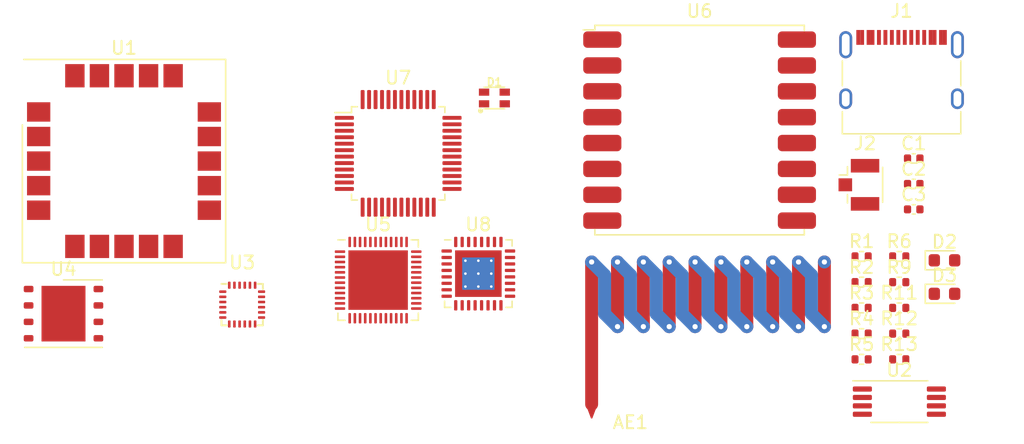
<source format=kicad_pcb>
(kicad_pcb (version 20221018) (generator pcbnew)
  (layers (0 "F.Cu" signal) (31 "B.Cu" signal) (34 "B.Paste" user) (35 "F.Paste" user) (36 "B.SilkS" user "B.Silkscreen") (37 "F.SilkS" user "F.Silkscreen") (38 "B.Mask" user) (39 "F.Mask" user) (44 "Edge.Cuts" user))
  (net 0 "")
  (net 1 "Net-(D1-RK)")
  (net 2 "Net-(D1-GK)")
  (net 4 "Net-(D1-BK)")
  (net 5 "+3V3")
  (net 6 "GND")
  (net 7 "/GPS_TIMEPULSE")
  (net 10 "/~{GPS_SAFEBOOT}")
  (net 11 "/~{GPS_RESET}")
  (net 12 "/~{GPS_INT}")
  (net 20 "+1V8")
  (net 21 "/IMU_INT")
  (net 23 "/~{QSPI_CS}")
  (net 24 "/QSPI_IO1")
  (net 25 "/QSPI_IO2")
  (net 30 "/QSPI_IO0")
  (net 33 "/QSPI_SCLK")
  (net 34 "/QSPI_IO3")
  (net 35 "/VDD_SPI")
  (net 48 "Net-(U5-VDD-Pad13)")
  (net 56 "/I2C_SDA")
  (net 57 "/I2C_SCL")
  (net 61 "Net-(U5-P0.21{slash}~{RESET})")
  (net 68 "Net-(U5-VSS-Pad31)")
  (net 85 "+5V")
  (net 88 "/3V3_OUT")
  (net 89 "/USB_D+")
  (net 90 "/USB_D-")
  (net 101 "/SWDIO")
  (net 102 "Net-(U7-ADBUS1)")
  (net 103 "/SWCLK")
  (net 105 "Net-(D3-K)")
  (net 106 "Net-(D2-K)")
  (net 115 "/RXD")
  (net 116 "/TXD")
  (net 155 "Net-(AE1-FEED)")
  (net 156 "Net-(U6-ANT)")
  (net 157 "Net-(C3-Pad1)")
  (net 158 "Net-(D2-A)")
  (net 159 "Net-(D3-A)")
  (net 160 "Net-(J1-CC1)")
  (net 162 "Net-(J1-CC2)")
  (net 164 "Net-(J2-In)")
  (net 165 "/~{LED_R}")
  (net 166 "/~{LED_G}")
  (net 167 "/~{LED_B}")
  (net 168 "/EEPROM_WP")
  (net 169 "/LORA_SPI_MISO")
  (net 170 "/LORA_SPI_MOSI")
  (net 171 "/LORA_SPI_SCK")
  (net 172 "/~{LORA_SPI_CS}")
  (net 173 "/~{LORA_RESET}")
  (net 177 "/LORA_DIO0")
  (footprint "RF_GPS:ublox_SAM-M8Q" (layer "F.Cu") (at 150.97 98.22)
    (fp_text reference "U1" (at 0 -8.75) (layer "F.SilkS"))
    (fp_text value "SAM-M10Q")
    (fp_line (start -7.86 -2.8) (end -7.86 7.86) (stroke (width 0.12)) (layer "F.SilkS"))
    (fp_line (start -7.86 7.86) (end 7.86 7.86) (stroke (width 0.12)) (layer "F.SilkS"))
    (fp_line (start -7.75 -7.86) (end 7.86 -7.86) (stroke (width 0.12)) (layer "F.SilkS"))
    (fp_line (start 7.86 -7.86) (end 7.86 7.86) (stroke (width 0.12)) (layer "F.SilkS"))
    (pad "1" smd rect (at -6.6 -3.8) (size 1.8 1.5) (layers "F.Cu" "F.Mask") (net 6 "GND"))
    (pad "2" smd rect (at -6.6 -1.9) (size 1.8 1.5) (layers "F.Cu" "F.Mask") (net 5 "+3V3"))
    (pad "3" smd rect (at -6.6 0) (size 1.8 1.5) (layers "F.Cu" "F.Mask"))
    (pad "4" smd rect (at -6.6 1.9) (size 1.8 1.5) (layers "F.Cu" "F.Mask") (net 6 "GND"))
    (pad "5" smd rect (at -6.6 3.8) (size 1.8 1.5) (layers "F.Cu" "F.Mask") (net 6 "GND"))
    (pad "6" smd rect (at -3.8 6.6) (size 1.5 1.8) (layers "F.Cu" "F.Mask") (net 6 "GND"))
    (pad "7" smd rect (at -1.9 6.6) (size 1.5 1.8) (layers "F.Cu" "F.Mask") (net 7 "/GPS_TIMEPULSE"))
    (pad "8" smd rect (at 0 6.6) (size 1.5 1.8) (layers "F.Cu" "F.Mask") (net 10 "/~{GPS_SAFEBOOT}"))
    (pad "9" smd rect (at 1.9 6.6) (size 1.5 1.8) (layers "F.Cu" "F.Mask") (net 56 "/I2C_SDA"))
    (pad "10" smd rect (at 3.8 6.6) (size 1.5 1.8) (layers "F.Cu" "F.Mask") (net 6 "GND"))
    (pad "11" smd rect (at 6.6 3.8) (size 1.8 1.5) (layers "F.Cu" "F.Mask") (net 6 "GND"))
    (pad "12" smd rect (at 6.6 1.9) (size 1.8 1.5) (layers "F.Cu" "F.Mask") (net 57 "/I2C_SCL"))
    (pad "13" smd rect (at 6.6 0) (size 1.8 1.5) (layers "F.Cu" "F.Mask"))
    (pad "14" smd rect (at 6.6 -1.9) (size 1.8 1.5) (layers "F.Cu" "F.Mask"))
    (pad "15" smd rect (at 6.6 -3.8) (size 1.8 1.5) (layers "F.Cu" "F.Mask") (net 6 "GND"))
    (pad "16" smd rect (at 3.8 -6.6) (size 1.5 1.8) (layers "F.Cu" "F.Mask") (net 6 "GND"))
    (pad "17" smd rect (at 1.9 -6.6) (size 1.5 1.8) (layers "F.Cu" "F.Mask") (net 5 "+3V3"))
    (pad "18" smd rect (at 0 -6.6) (size 1.5 1.8) (layers "F.Cu" "F.Mask") (net 11 "/~{GPS_RESET}"))
    (pad "19" smd rect (at -1.9 -6.6) (size 1.5 1.8) (layers "F.Cu" "F.Mask") (net 12 "/~{GPS_INT}"))
    (pad "20" smd rect (at -3.8 -6.6) (size 1.5 1.8) (layers "F.Cu" "F.Mask") (net 6 "GND"))
  )
  (footprint "Resistor_SMD:R_0402_1005Metric" (layer "F.Cu") (at 210.9275 113.555)
    (fp_text reference "R13" (at 0 -1.17) (layer "F.SilkS"))
    (fp_text value "1k")
    (fp_line (start -0.153641 -0.38) (end 0.153641 -0.38) (stroke (width 0.12)) (layer "F.SilkS"))
    (fp_line (start -0.153641 0.38) (end 0.153641 0.38) (stroke (width 0.12)) (layer "F.SilkS"))
    (pad "1" smd roundrect (at -0.51 0) (size 0.54 0.64) (layers "F.Cu" "F.Paste" "F.Mask") (net 88 "/3V3_OUT"))
    (pad "2" smd roundrect (at 0.51 0) (size 0.54 0.64) (layers "F.Cu" "F.Paste" "F.Mask") (net 158 "Net-(D2-A)"))
  )
  (footprint "Resistor_SMD:R_0402_1005Metric" (layer "F.Cu") (at 210.9275 109.575)
    (fp_text reference "R11" (at 0 -1.17) (layer "F.SilkS"))
    (fp_text value "470R")
    (fp_line (start -0.153641 -0.38) (end 0.153641 -0.38) (stroke (width 0.12)) (layer "F.SilkS"))
    (fp_line (start -0.153641 0.38) (end 0.153641 0.38) (stroke (width 0.12)) (layer "F.SilkS"))
    (pad "1" smd roundrect (at -0.51 0) (size 0.54 0.64) (layers "F.Cu" "F.Paste" "F.Mask") (net 102 "Net-(U7-ADBUS1)"))
    (pad "2" smd roundrect (at 0.51 0) (size 0.54 0.64) (layers "F.Cu" "F.Paste" "F.Mask") (net 101 "/SWDIO"))
  )
  (footprint "Package_SON:WSON-8-1EP_6x5mm_P1.27mm_EP3.4x4.3mm" (layer "F.Cu") (at 146.29 110.02)
    (fp_text reference "U4" (at 0 -3.45) (layer "F.SilkS"))
    (fp_text value "W25Q32JVZP")
    (fp_line (start -3 2.61) (end 3 2.61) (stroke (width 0.12)) (layer "F.SilkS"))
    (fp_line (start 0 -2.61) (end 3 -2.61) (stroke (width 0.12)) (layer "F.SilkS"))
    (pad "1" smd roundrect (at -2.7 -1.905) (size 0.75 0.5) (layers "F.Cu" "F.Paste" "F.Mask") (net 23 "/~{QSPI_CS}"))
    (pad "2" smd roundrect (at -2.7 -0.635) (size 0.75 0.5) (layers "F.Cu" "F.Paste" "F.Mask") (net 24 "/QSPI_IO1"))
    (pad "3" smd roundrect (at -2.7 0.635) (size 0.75 0.5) (layers "F.Cu" "F.Paste" "F.Mask") (net 25 "/QSPI_IO2"))
    (pad "4" smd roundrect (at -2.7 1.905) (size 0.75 0.5) (layers "F.Cu" "F.Paste" "F.Mask") (net 6 "GND"))
    (pad "5" smd roundrect (at 2.7 1.905) (size 0.75 0.5) (layers "F.Cu" "F.Paste" "F.Mask") (net 30 "/QSPI_IO0"))
    (pad "6" smd roundrect (at 2.7 0.635) (size 0.75 0.5) (layers "F.Cu" "F.Paste" "F.Mask") (net 33 "/QSPI_SCLK"))
    (pad "7" smd roundrect (at 2.7 -0.635) (size 0.75 0.5) (layers "F.Cu" "F.Paste" "F.Mask") (net 34 "/QSPI_IO3"))
    (pad "8" smd roundrect (at 2.7 -1.905) (size 0.75 0.5) (layers "F.Cu" "F.Paste" "F.Mask") (net 35 "/VDD_SPI"))
    (pad "9" smd rect (at 0 0) (size 3.4 4.3) (layers "F.Cu" "F.Mask") (net 6 "GND"))
  )
  (footprint "Resistor_SMD:R_0402_1005Metric" (layer "F.Cu") (at 208.0175 107.585)
    (fp_text reference "R2" (at 0 -1.17) (layer "F.SilkS"))
    (fp_text value "100R")
    (fp_line (start -0.153641 -0.38) (end 0.153641 -0.38) (stroke (width 0.12)) (layer "F.SilkS"))
    (fp_line (start -0.153641 0.38) (end 0.153641 0.38) (stroke (width 0.12)) (layer "F.SilkS"))
    (pad "1" smd roundrect (at -0.51 0) (size 0.54 0.64) (layers "F.Cu" "F.Paste" "F.Mask") (net 2 "Net-(D1-GK)"))
    (pad "2" smd roundrect (at 0.51 0) (size 0.54 0.64) (layers "F.Cu" "F.Paste" "F.Mask") (net 166 "/~{LED_G}"))
  )
  (footprint "Resistor_SMD:R_0402_1005Metric" (layer "F.Cu") (at 208.0175 109.575)
    (fp_text reference "R3" (at 0 -1.17) (layer "F.SilkS"))
    (fp_text value "100R")
    (fp_line (start -0.153641 -0.38) (end 0.153641 -0.38) (stroke (width 0.12)) (layer "F.SilkS"))
    (fp_line (start -0.153641 0.38) (end 0.153641 0.38) (stroke (width 0.12)) (layer "F.SilkS"))
    (pad "1" smd roundrect (at -0.51 0) (size 0.54 0.64) (layers "F.Cu" "F.Paste" "F.Mask") (net 4 "Net-(D1-BK)"))
    (pad "2" smd roundrect (at 0.51 0) (size 0.54 0.64) (layers "F.Cu" "F.Paste" "F.Mask") (net 167 "/~{LED_B}"))
  )
  (footprint "Resistor_SMD:R_0402_1005Metric" (layer "F.Cu") (at 210.9275 111.565)
    (fp_text reference "R12" (at 0 -1.17) (layer "F.SilkS"))
    (fp_text value "1k")
    (fp_line (start -0.153641 -0.38) (end 0.153641 -0.38) (stroke (width 0.12)) (layer "F.SilkS"))
    (fp_line (start -0.153641 0.38) (end 0.153641 0.38) (stroke (width 0.12)) (layer "F.SilkS"))
    (pad "1" smd roundrect (at -0.51 0) (size 0.54 0.64) (layers "F.Cu" "F.Paste" "F.Mask") (net 88 "/3V3_OUT"))
    (pad "2" smd roundrect (at 0.51 0) (size 0.54 0.64) (layers "F.Cu" "F.Paste" "F.Mask") (net 159 "Net-(D3-A)"))
  )
  (footprint "LED_SMD:LED_0603_1608Metric" (layer "F.Cu") (at 214.4275 105.895)
    (fp_text reference "D2" (at 0 -1.43) (layer "F.SilkS"))
    (fp_text value "RX")
    (fp_line (start -1.485 -0.735) (end -1.485 0.735) (stroke (width 0.12)) (layer "F.SilkS"))
    (fp_line (start -1.485 0.735) (end 0.8 0.735) (stroke (width 0.12)) (layer "F.SilkS"))
    (fp_line (start 0.8 -0.735) (end -1.485 -0.735) (stroke (width 0.12)) (layer "F.SilkS"))
    (pad "1" smd roundrect (at -0.7875 0) (size 0.875 0.95) (layers "F.Cu" "F.Paste" "F.Mask") (net 106 "Net-(D2-K)"))
    (pad "2" smd roundrect (at 0.7875 0) (size 0.875 0.95) (layers "F.Cu" "F.Paste" "F.Mask") (net 158 "Net-(D2-A)"))
  )
  (footprint "Capacitor_SMD:C_0402_1005Metric" (layer "F.Cu") (at 212.0475 99.985)
    (fp_text reference "C2" (at 0 -1.16) (layer "F.SilkS"))
    (fp_text value "DNP")
    (fp_line (start -0.107836 -0.36) (end 0.107836 -0.36) (stroke (width 0.12)) (layer "F.SilkS"))
    (fp_line (start -0.107836 0.36) (end 0.107836 0.36) (stroke (width 0.12)) (layer "F.SilkS"))
    (pad "1" smd roundrect (at -0.48 0) (size 0.56 0.62) (layers "F.Cu" "F.Paste" "F.Mask") (net 156 "Net-(U6-ANT)"))
    (pad "2" smd roundrect (at 0.48 0) (size 0.56 0.62) (layers "F.Cu" "F.Paste" "F.Mask") (net 6 "GND"))
  )
  (footprint "Resistor_SMD:R_0402_1005Metric" (layer "F.Cu") (at 208.0175 111.565)
    (fp_text reference "R4" (at 0 -1.17) (layer "F.SilkS"))
    (fp_text value "5k1")
    (fp_line (start -0.153641 -0.38) (end 0.153641 -0.38) (stroke (width 0.12)) (layer "F.SilkS"))
    (fp_line (start -0.153641 0.38) (end 0.153641 0.38) (stroke (width 0.12)) (layer "F.SilkS"))
    (pad "1" smd roundrect (at -0.51 0) (size 0.54 0.64) (layers "F.Cu" "F.Paste" "F.Mask") (net 160 "Net-(J1-CC1)"))
    (pad "2" smd roundrect (at 0.51 0) (size 0.54 0.64) (layers "F.Cu" "F.Paste" "F.Mask") (net 6 "GND"))
  )
  (footprint "Resistor_SMD:R_0402_1005Metric" (layer "F.Cu") (at 208.0175 105.595)
    (fp_text reference "R1" (at 0 -1.17) (layer "F.SilkS"))
    (fp_text value "100R")
    (fp_line (start -0.153641 -0.38) (end 0.153641 -0.38) (stroke (width 0.12)) (layer "F.SilkS"))
    (fp_line (start -0.153641 0.38) (end 0.153641 0.38) (stroke (width 0.12)) (layer "F.SilkS"))
    (pad "1" smd roundrect (at -0.51 0) (size 0.54 0.64) (layers "F.Cu" "F.Paste" "F.Mask") (net 1 "Net-(D1-RK)"))
    (pad "2" smd roundrect (at 0.51 0) (size 0.54 0.64) (layers "F.Cu" "F.Paste" "F.Mask") (net 165 "/~{LED_R}"))
  )
  (footprint "Connector_USB:USB_C_Receptacle_XKB_U262-16XN-4BVC11" (layer "F.Cu") (at 211.1075 92.325)
    (fp_text reference "J1" (at 0 -5.715) (layer "F.SilkS"))
    (fp_text value "USB_C_KH-TYPE-C-16P")
    (fp_line (start -4.58 -1.85) (end -4.58 0.07) (stroke (width 0.12)) (layer "F.SilkS"))
    (fp_line (start -4.58 3.785) (end -4.58 2.08) (stroke (width 0.12)) (layer "F.SilkS"))
    (fp_line (start 4.58 0.07) (end 4.58 -1.85) (stroke (width 0.12)) (layer "F.SilkS"))
    (fp_line (start 4.58 2.08) (end 4.58 3.785) (stroke (width 0.12)) (layer "F.SilkS"))
    (fp_line (start 4.58 3.785) (end -4.58 3.785) (stroke (width 0.12)) (layer "F.SilkS"))
    (pad "" np_thru_hole circle (at -2.89 -2.605) (size 0.65 0.65) (drill 0.65) (layers "*.Cu" "*.Mask"))
    (pad "" np_thru_hole circle (at 2.89 -2.605) (size 0.65 0.65) (drill 0.65) (layers "*.Cu" "*.Mask"))
    (pad "A1" smd rect (at -3.35 -3.67) (size 0.3 1.15) (layers "F.Cu" "F.Paste" "F.Mask") (net 6 "GND"))
    (pad "A4" smd rect (at -2.55 -3.67) (size 0.3 1.15) (layers "F.Cu" "F.Paste" "F.Mask") (net 85 "+5V"))
    (pad "A5" smd rect (at -1.25 -3.67) (size 0.3 1.15) (layers "F.Cu" "F.Paste" "F.Mask") (net 160 "Net-(J1-CC1)"))
    (pad "A6" smd rect (at -0.25 -3.67) (size 0.3 1.15) (layers "F.Cu" "F.Paste" "F.Mask") (net 89 "/USB_D+"))
    (pad "A7" smd rect (at 0.25 -3.67) (size 0.3 1.15) (layers "F.Cu" "F.Paste" "F.Mask") (net 90 "/USB_D-"))
    (pad "A8" smd rect (at 1.25 -3.67) (size 0.3 1.15) (layers "F.Cu" "F.Paste" "F.Mask"))
    (pad "A9" smd rect (at 2.55 -3.67) (size 0.3 1.15) (layers "F.Cu" "F.Paste" "F.Mask") (net 85 "+5V"))
    (pad "A12" smd rect (at 3.35 -3.67) (size 0.3 1.15) (layers "F.Cu" "F.Paste" "F.Mask") (net 6 "GND"))
    (pad "B1" smd rect (at 3.05 -3.67) (size 0.3 1.15) (layers "F.Cu" "F.Paste" "F.Mask") (net 6 "GND"))
    (pad "B4" smd rect (at 2.25 -3.67) (size 0.3 1.15) (layers "F.Cu" "F.Paste" "F.Mask") (net 85 "+5V"))
    (pad "B5" smd rect (at 1.75 -3.67) (size 0.3 1.15) (layers "F.Cu" "F.Paste" "F.Mask") (net 162 "Net-(J1-CC2)"))
    (pad "B6" smd rect (at 0.75 -3.67) (size 0.3 1.15) (layers "F.Cu" "F.Paste" "F.Mask") (net 89 "/USB_D+"))
    (pad "B7" smd rect (at -0.75 -3.67) (size 0.3 1.15) (layers "F.Cu" "F.Paste" "F.Mask") (net 90 "/USB_D-"))
    (pad "B8" smd rect (at -1.75 -3.67) (size 0.3 1.15) (layers "F.Cu" "F.Paste" "F.Mask"))
    (pad "B9" smd rect (at -2.25 -3.67) (size 0.3 1.15) (layers "F.Cu" "F.Paste" "F.Mask") (net 85 "+5V"))
    (pad "B12" smd rect (at -3.05 -3.67) (size 0.3 1.15) (layers "F.Cu" "F.Paste" "F.Mask") (net 6 "GND"))
    (pad "S1" thru_hole oval (at -4.32 -3.105) (size 1 2.1) (drill oval 0.6 1.7) (layers "*.Cu" "*.Mask") (net 6 "GND"))
    (pad "S1" thru_hole oval (at -4.32 1.075) (size 1 1.6) (drill oval 0.6 1.2) (layers "*.Cu" "*.Mask") (net 6 "GND"))
    (pad "S1" thru_hole oval (at 4.32 -3.105) (size 1 2.1) (drill oval 0.6 1.7) (layers "*.Cu" "*.Mask") (net 6 "GND"))
    (pad "S1" thru_hole oval (at 4.32 1.075) (size 1 1.6) (drill oval 0.6 1.2) (layers "*.Cu" "*.Mask") (net 6 "GND"))
  )
  (footprint "Connector_Coaxial:U.FL_Hirose_U.FL-R-SMT-1_Vertical" (layer "F.Cu") (at 207.8075 100.055)
    (fp_text reference "J2" (at 0.475 -3.2) (layer "F.SilkS"))
    (fp_text value "ANT")
    (fp_line (start -0.885 -1.4) (end -0.885 -0.76) (stroke (width 0.12)) (layer "F.SilkS"))
    (fp_line (start -0.885 -0.76) (end -1.515 -0.76) (stroke (width 0.12)) (layer "F.SilkS"))
    (fp_line (start -0.885 1.4) (end -0.885 0.76) (stroke (width 0.12)) (layer "F.SilkS"))
    (fp_line (start 1.835 -1.35) (end 1.835 1.35) (stroke (width 0.12)) (layer "F.SilkS"))
    (pad "1" smd rect (at -1.05 0) (size 1.05 1) (layers "F.Cu" "F.Paste" "F.Mask") (net 164 "Net-(J2-In)"))
    (pad "2" smd rect (at 0.475 -1.475) (size 2.2 1.05) (layers "F.Cu" "F.Paste" "F.Mask") (net 6 "GND"))
    (pad "2" smd rect (at 0.475 1.475) (size 2.2 1.05) (layers "F.Cu" "F.Paste" "F.Mask") (net 6 "GND"))
  )
  (footprint "Capacitor_SMD:C_0402_1005Metric" (layer "F.Cu") (at 212.0475 98.015)
    (fp_text reference "C1" (at 0 -1.16) (layer "F.SilkS"))
    (fp_text value "100nF")
    (fp_line (start -0.107836 -0.36) (end 0.107836 -0.36) (stroke (width 0.12)) (layer "F.SilkS"))
    (fp_line (start -0.107836 0.36) (end 0.107836 0.36) (stroke (width 0.12)) (layer "F.SilkS"))
    (pad "1" smd roundrect (at -0.48 0) (size 0.56 0.62) (layers "F.Cu" "F.Paste" "F.Mask") (net 6 "GND"))
    (pad "2" smd roundrect (at 0.48 0) (size 0.56 0.62) (layers "F.Cu" "F.Paste" "F.Mask") (net 35 "/VDD_SPI"))
  )
  (footprint "bicycle_tracker:LED_0606" (layer "F.Cu") (at 179.617322 93.34)
    (fp_text reference "D1" (at 0 -1.23) (layer "F.SilkS") (effects (font (size 0.6 0.6) (thickness 0.127))))
    (fp_text value "LED_RGB_0606")
    (fp_line (start -0.8 -0.83) (end 0.79 -0.83) (stroke (width 0.12)) (layer "F.SilkS"))
    (fp_line (start -0.795 0.83) (end 0.795 0.83) (stroke (width 0.12)) (layer "F.SilkS"))
    (fp_circle (center -1.068661 0.99) (end -0.92 0.99) (stroke (width 0.1)) (fill solid) (layer "F.SilkS"))
    (pad "1" smd rect (at -0.8 0.45) (size 0.8 0.55) (layers "F.Cu" "F.Paste" "F.Mask") (net 1 "Net-(D1-RK)"))
    (pad "2" smd rect (at -0.8 -0.45) (size 0.8 0.55) (layers "F.Cu" "F.Paste" "F.Mask") (net 2 "Net-(D1-GK)"))
    (pad "3" smd rect (at 0.8 -0.45) (size 0.8 0.55) (layers "F.Cu" "F.Paste" "F.Mask") (net 4 "Net-(D1-BK)"))
    (pad "4" smd rect (at 0.8 0.45) (size 0.8 0.55) (layers "F.Cu" "F.Paste" "F.Mask") (net 5 "+3V3"))
  )
  (footprint "RF_Module:HOPERF_RFM9XW_SMD" (layer "F.Cu") (at 195.4875 95.825)
    (fp_text reference "U6" (at 0 -9.2) (layer "F.SilkS"))
    (fp_text value "RFM95W-868S2")
    (fp_line (start -8.1 -8.1) (end -8.1 -7.75) (stroke (width 0.12)) (layer "F.SilkS"))
    (fp_line (start -8.1 -8.1) (end 8.1 -8.1) (stroke (width 0.12)) (layer "F.SilkS"))
    (fp_line (start -8.1 -7.75) (end -9 -7.75) (stroke (width 0.12)) (layer "F.SilkS"))
    (fp_line (start -8.1 7.7) (end -8.1 8.1) (stroke (width 0.12)) (layer "F.SilkS"))
    (fp_line (start -8.1 8.1) (end 8.1 8.1) (stroke (width 0.12)) (layer "F.SilkS"))
    (fp_line (start 8.1 -8.1) (end 8.1 -7.7) (stroke (width 0.12)) (layer "F.SilkS"))
    (fp_line (start 8.1 8.1) (end 8.1 7.7) (stroke (width 0.12)) (layer "F.SilkS"))
    (pad "1" smd roundrect (at -7.525 -7) (size 2.95 1.27) (layers "F.Cu" "F.Paste" "F.Mask") (net 6 "GND"))
    (pad "2" smd roundrect (at -7.525 -5) (size 2.95 1.27) (layers "F.Cu" "F.Paste" "F.Mask") (net 169 "/LORA_SPI_MISO"))
    (pad "3" smd roundrect (at -7.525 -3) (size 2.95 1.27) (layers "F.Cu" "F.Paste" "F.Mask") (net 170 "/LORA_SPI_MOSI"))
    (pad "4" smd roundrect (at -7.525 -1) (size 2.95 1.27) (layers "F.Cu" "F.Paste" "F.Mask") (net 171 "/LORA_SPI_SCK"))
    (pad "5" smd roundrect (at -7.525 1) (size 2.95 1.27) (layers "F.Cu" "F.Paste" "F.Mask") (net 172 "/~{LORA_SPI_CS}"))
    (pad "6" smd roundrect (at -7.525 3) (size 2.95 1.27) (layers "F.Cu" "F.Paste" "F.Mask") (net 173 "/~{LORA_RESET}"))
    (pad "7" smd roundrect (at -7.525 5) (size 2.95 1.27) (layers "F.Cu" "F.Paste" "F.Mask"))
    (pad "8" smd roundrect (at -7.525 7) (size 2.95 1.27) (layers "F.Cu" "F.Paste" "F.Mask") (net 6 "GND"))
    (pad "9" smd roundrect (at 7.525 7) (size 2.95 1.27) (layers "F.Cu" "F.Paste" "F.Mask") (net 156 "Net-(U6-ANT)"))
    (pad "10" smd roundrect (at 7.525 5) (size 2.95 1.27) (layers "F.Cu" "F.Paste" "F.Mask") (net 6 "GND"))
    (pad "11" smd roundrect (at 7.525 3) (size 2.95 1.27) (layers "F.Cu" "F.Paste" "F.Mask"))
    (pad "12" smd roundrect (at 7.525 1) (size 2.95 1.27) (layers "F.Cu" "F.Paste" "F.Mask"))
    (pad "13" smd roundrect (at 7.525 -1) (size 2.95 1.27) (layers "F.Cu" "F.Paste" "F.Mask") (net 5 "+3V3"))
    (pad "14" smd roundrect (at 7.525 -3) (size 2.95 1.27) (layers "F.Cu" "F.Paste" "F.Mask") (net 177 "/LORA_DIO0"))
    (pad "15" smd roundrect (at 7.525 -5) (size 2.95 1.27) (layers "F.Cu" "F.Paste" "F.Mask"))
    (pad "16" smd roundrect (at 7.525 -7) (size 2.95 1.27) (layers "F.Cu" "F.Paste" "F.Mask"))
  )
  (footprint "LED_SMD:LED_0603_1608Metric" (layer "F.Cu") (at 214.4275 108.485)
    (fp_text reference "D3" (at 0 -1.43) (layer "F.SilkS"))
    (fp_text value "TX")
    (fp_line (start -1.485 -0.735) (end -1.485 0.735) (stroke (width 0.12)) (layer "F.SilkS"))
    (fp_line (start -1.485 0.735) (end 0.8 0.735) (stroke (width 0.12)) (layer "F.SilkS"))
    (fp_line (start 0.8 -0.735) (end -1.485 -0.735) (stroke (width 0.12)) (layer "F.SilkS"))
    (pad "1" smd roundrect (at -0.7875 0) (size 0.875 0.95) (layers "F.Cu" "F.Paste" "F.Mask") (net 105 "Net-(D3-K)"))
    (pad "2" smd roundrect (at 0.7875 0) (size 0.875 0.95) (layers "F.Cu" "F.Paste" "F.Mask") (net 159 "Net-(D3-A)"))
  )
  (footprint "Resistor_SMD:R_0402_1005Metric" (layer "F.Cu") (at 208.0175 113.555)
    (fp_text reference "R5" (at 0 -1.17) (layer "F.SilkS"))
    (fp_text value "5k1")
    (fp_line (start -0.153641 -0.38) (end 0.153641 -0.38) (stroke (width 0.12)) (layer "F.SilkS"))
    (fp_line (start -0.153641 0.38) (end 0.153641 0.38) (stroke (width 0.12)) (layer "F.SilkS"))
    (pad "1" smd roundrect (at -0.51 0) (size 0.54 0.64) (layers "F.Cu" "F.Paste" "F.Mask") (net 162 "Net-(J1-CC2)"))
    (pad "2" smd roundrect (at 0.51 0) (size 0.54 0.64) (layers "F.Cu" "F.Paste" "F.Mask") (net 6 "GND"))
  )
  (footprint "RF_Antenna:Texas_SWRA416_868MHz_915MHz" (layer "F.Cu") (at 196.1375 111.825)
    (fp_text reference "AE1" (at -6 6.6) (layer "F.SilkS"))
    (fp_text value "ANT_SWRA416_RIGHT")
    (fp_line (start -9 5.2) (end -9 -5.8) (stroke (width 1)) (layer "F.Cu"))
    (fp_line (start -7 -5.8) (end -7 -0.8) (stroke (width 1)) (layer "F.Cu"))
    (fp_line (start -5 -5.8) (end -5 -0.8) (stroke (width 1)) (layer "F.Cu"))
    (fp_line (start -3 -5.8) (end -3 -0.8) (stroke (width 1)) (layer "F.Cu"))
    (fp_line (start -1 -5.8) (end -1 -0.8) (stroke (width 1)) (layer "F.Cu"))
    (fp_line (start 1 -5.8) (end 1 -0.8) (stroke (width 1)) (layer "F.Cu"))
    (fp_line (start 3 -5.8) (end 3 -0.8) (stroke (width 1)) (layer "F.Cu"))
    (fp_line (start 5 -5.8) (end 5 -0.8) (stroke (width 1)) (layer "F.Cu"))
    (fp_line (start 7 -5.8) (end 7 -0.8) (stroke (width 1)) (layer "F.Cu"))
    (fp_line (start 9 -5.8) (end 9 -0.8) (stroke (width 1)) (layer "F.Cu"))
    (fp_line (start -9 -5.8) (end -8 -4.8) (stroke (width 1)) (layer "B.Cu"))
    (fp_line (start -8 -4.8) (end -8 -1.8) (stroke (width 1)) (layer "B.Cu"))
    (fp_line (start -8 -1.8) (end -7 -0.8) (stroke (width 1)) (layer "B.Cu"))
    (fp_line (start -7 -5.8) (end -6 -4.8) (stroke (width 1)) (layer "B.Cu"))
    (fp_line (start -6 -4.8) (end -6 -1.8) (stroke (width 1)) (layer "B.Cu"))
    (fp_line (start -6 -1.8) (end -5 -0.8) (stroke (width 1)) (layer "B.Cu"))
    (fp_line (start -5 -5.8) (end -4 -4.8) (stroke (width 1)) (layer "B.Cu"))
    (fp_line (start -4 -4.8) (end -4 -1.8) (stroke (width 1)) (layer "B.Cu"))
    (fp_line (start -4 -1.8) (end -3 -0.8) (stroke (width 1)) (layer "B.Cu"))
    (fp_line (start -3 -5.8) (end -2 -4.8) (stroke (width 1)) (layer "B.Cu"))
    (fp_line (start -2 -4.8) (end -2 -1.8) (stroke (width 1)) (layer "B.Cu"))
    (fp_line (start -2 -1.8) (end -1 -0.8) (stroke (width 1)) (layer "B.Cu"))
    (fp_line (start -1 -5.8) (end 0 -4.8) (stroke (width 1)) (layer "B.Cu"))
    (fp_line (start 0 -4.8) (end 0 -1.8) (stroke (width 1)) (layer "B.Cu"))
    (fp_line (start 0 -1.8) (end 1 -0.8) (stroke (width 1)) (layer "B.Cu"))
    (fp_line (start 1 -5.8) (end 2 -4.8) (stroke (width 1)) (layer "B.Cu"))
    (fp_line (start 2 -4.8) (end 2 -1.8) (stroke (width 1)) (layer "B.Cu"))
    (fp_line (start 2 -1.8) (end 3 -0.8) (stroke (width 1)) (layer "B.Cu"))
    (fp_line (start 3 -5.8) (end 4 -4.8) (stroke (width 1)) (layer "B.Cu"))
    (fp_line (start 4 -4.8) (end 4 -1.8) (stroke (width 1)) (layer "B.Cu"))
    (fp_line (start 4 -1.8) (end 5 -0.8) (stroke (width 1)) (layer "B.Cu"))
    (fp_line (start 5 -5.8) (end 6 -4.8) (stroke (width 1)) (layer "B.Cu"))
    (fp_line (start 6 -4.8) (end 6 -1.8) (stroke (width 1)) (layer "B.Cu"))
    (fp_line (start 6 -1.8) (end 7 -0.8) (stroke (width 1)) (layer "B.Cu"))
    (fp_line (start 7 -5.8) (end 8 -4.8) (stroke (width 1)) (layer "B.Cu"))
    (fp_line (start 8 -4.8) (end 8 -1.8) (stroke (width 1)) (layer "B.Cu"))
    (fp_line (start 8 -1.8) (end 9 -0.8) (stroke (width 1)) (layer "B.Cu"))
    (pad "" thru_hole circle (at -9 -5.8 180) (size 1 1) (drill 0.4) (layers "*.Cu"))
    (pad "" thru_hole circle (at -7 -5.8 180) (size 1 1) (drill 0.4) (layers "*.Cu"))
    (pad "" thru_hole circle (at -7 -0.8 180) (size 1 1) (drill 0.4) (layers "*.Cu"))
    (pad "" thru_hole circle (at -5 -5.8 180) (size 1 1) (drill 0.4) (layers "*.Cu"))
    (pad "" thru_hole circle (at -5 -0.8 180) (size 1 1) (drill 0.4) (layers "*.Cu"))
    (pad "" thru_hole circle (at -3 -5.8 180) (size 1 1) (drill 0.4) (layers "*.Cu"))
    (pad "" thru_hole circle (at -3 -0.8 180) (size 1 1) (drill 0.4) (layers "*.Cu"))
    (pad "" thru_hole circle (at -1 -5.8 180) (size 1 1) (drill 0.4) (layers "*.Cu"))
    (pad "" thru_hole circle (at -1 -0.8 180) (size 1 1) (drill 0.4) (layers "*.Cu"))
    (pad "" thru_hole circle (at 1 -5.8 180) (size 1 1) (drill 0.4) (layers "*.Cu"))
    (pad "" thru_hole circle (at 1 -0.8 180) (size 1 1) (drill 0.4) (layers "*.Cu"))
    (pad "" thru_hole circle (at 3 -5.8 180) (size 1 1) (drill 0.4) (layers "*.Cu"))
    (pad "" thru_hole circle (at 3 -0.8 180) (size 1 1) (drill 0.4) (layers "*.Cu"))
    (pad "" thru_hole circle (at 5 -5.8 180) (size 1 1) (drill 0.4) (layers "*.Cu"))
    (pad "" thru_hole circle (at 5 -0.8 180) (size 1 1) (drill 0.4) (layers "*.Cu"))
    (pad "" thru_hole circle (at 7 -5.8 180) (size 1 1) (drill 0.4) (layers "*.Cu"))
    (pad "" thru_hole circle (at 7 -0.8 180) (size 1 1) (drill 0.4) (layers "*.Cu"))
    (pad "" thru_hole circle (at 9 -5.8 180) (size 1 1) (drill 0.4) (layers "*.Cu"))
    (pad "" thru_hole circle (at 9 -0.8 180) (size 1 1) (drill 0.4) (layers "*.Cu"))
    (pad "1" smd trapezoid (at -9 5.9 180) (size 0.4 0.8) (rect_delta 0 0.3) (layers "F.Cu") (net 155 "Net-(AE1-FEED)"))
  )
  (footprint "Sensor_Motion:InvenSense_QFN-24_3x3mm_P0.4mm" (layer "F.Cu") (at 160.11 109.32)
    (fp_text reference "U3" (at 0 -3.25) (layer "F.SilkS"))
    (fp_text value "ICM-20948")
    (fp_line (start -1.6 -1.6) (end -1.2 -1.6) (stroke (width 0.15)) (layer "F.SilkS"))
    (fp_line (start -1.6 1.6) (end -1.6 1.2) (stroke (width 0.15)) (layer "F.SilkS"))
    (fp_line (start -1.6 1.6) (end -1.2 1.6) (stroke (width 0.15)) (layer "F.SilkS"))
    (fp_line (start 1.6 -1.6) (end 1.2 -1.6) (stroke (width 0.15)) (layer "F.SilkS"))
    (fp_line (start 1.6 -1.6) (end 1.6 -1.2) (stroke (width 0.15)) (layer "F.SilkS"))
    (fp_line (start 1.6 1.6) (end 1.2 1.6) (stroke (width 0.15)) (layer "F.SilkS"))
    (fp_line (start 1.6 1.6) (end 1.6 1.2) (stroke (width 0.15)) (layer "F.SilkS"))
    (pad "1" smd roundrect (at -1.5 -1) (size 0.55 0.2) (layers "F.Cu" "F.Paste" "F.Mask"))
    (pad "2" smd roundrect (at -1.5 -0.6) (size 0.55 0.2) (layers "F.Cu" "F.Paste" "F.Mask"))
    (pad "3" smd roundrect (at -1.5 -0.2) (size 0.55 0.2) (layers "F.Cu" "F.Paste" "F.Mask"))
    (pad "4" smd roundrect (at -1.5 0.2) (size 0.55 0.2) (layers "F.Cu" "F.Paste" "F.Mask"))
    (pad "5" smd roundrect (at -1.5 0.6) (size 0.55 0.2) (layers "F.Cu" "F.Paste" "F.Mask"))
    (pad "6" smd roundrect (at -1.5 1) (size 0.55 0.2) (layers "F.Cu" "F.Paste" "F.Mask"))
    (pad "7" smd roundrect (at -1 1.5 90) (size 0.55 0.2) (layers "F.Cu" "F.Paste" "F.Mask"))
    (pad "8" smd roundrect (at -0.6 1.5 90) (size 0.55 0.2) (layers "F.Cu" "F.Paste" "F.Mask") (net 20 "+1V8"))
    (pad "9" smd roundrect (at -0.2 1.5 90) (size 0.55 0.2) (layers "F.Cu" "F.Paste" "F.Mask") (net 20 "+1V8"))
    (pad "10" smd roundrect (at 0.2 1.5 90) (size 0.55 0.2) (layers "F.Cu" "F.Paste" "F.Mask"))
    (pad "11" smd roundrect (at 0.6 1.5 90) (size 0.55 0.2) (layers "F.Cu" "F.Paste" "F.Mask") (net 6 "GND"))
    (pad "12" smd roundrect (at 1 1.5 90) (size 0.55 0.2) (layers "F.Cu" "F.Paste" "F.Mask") (net 21 "/IMU_INT"))
    (pad "13" smd roundrect (at 1.5 1) (size 0.55 0.2) (layers "F.Cu" "F.Paste" "F.Mask") (net 5 "+3V3"))
    (pad "14" smd roundrect (at 1.5 0.6) (size 0.55 0.2) (layers "F.Cu" "F.Paste" "F.Mask"))
    (pad "15" smd roundrect (at 1.5 0.2) (size 0.55 0.2) (layers "F.Cu" "F.Paste" "F.Mask"))
    (pad "16" smd roundrect (at 1.5 -0.2) (size 0.55 0.2) (layers "F.Cu" "F.Paste" "F.Mask"))
    (pad "17" smd roundrect (at 1.5 -0.6) (size 0.55 0.2) (layers "F.Cu" "F.Paste" "F.Mask"))
    (pad "18" smd roundrect (at 1.5 -1) (size 0.55 0.2) (layers "F.Cu" "F.Paste" "F.Mask") (net 6 "GND"))
    (pad "19" smd roundrect (at 1 -1.5 90) (size 0.55 0.2) (layers "F.Cu" "F.Paste" "F.Mask"))
    (pad "20" smd roundrect (at 0.6 -1.5 90) (size 0.55 0.2) (layers "F.Cu" "F.Paste" "F.Mask") (net 6 "GND"))
    (pad "21" smd roundrect (at 0.2 -1.5 90) (size 0.55 0.2) (layers "F.Cu" "F.Paste" "F.Mask"))
    (pad "22" smd roundrect (at -0.2 -1.5 90) (size 0.55 0.2) (layers "F.Cu" "F.Paste" "F.Mask") (net 20 "+1V8"))
    (pad "23" smd roundrect (at -0.6 -1.5 90) (size 0.55 0.2) (layers "F.Cu" "F.Paste" "F.Mask") (net 57 "/I2C_SCL"))
    (pad "24" smd roundrect (at -1 -1.5 90) (size 0.55 0.2) (layers "F.Cu" "F.Paste" "F.Mask") (net 56 "/I2C_SDA"))
  )
  (footprint "Resistor_SMD:R_0402_1005Metric" (layer "F.Cu") (at 210.9275 107.585)
    (fp_text reference "R9" (at 0 -1.17) (layer "F.SilkS"))
    (fp_text value "0R")
    (fp_line (start -0.153641 -0.38) (end 0.153641 -0.38) (stroke (width 0.12)) (layer "F.SilkS"))
    (fp_line (start -0.153641 0.38) (end 0.153641 0.38) (stroke (width 0.12)) (layer "F.SilkS"))
    (pad "1" smd roundrect (at -0.51 0) (size 0.54 0.64) (layers "F.Cu" "F.Paste" "F.Mask") (net 157 "Net-(C3-Pad1)"))
    (pad "2" smd roundrect (at 0.51 0) (size 0.54 0.64) (layers "F.Cu" "F.Paste" "F.Mask") (net 156 "Net-(U6-ANT)"))
  )
  (footprint "Package_QFP:LQFP-48_7x7mm_P0.5mm" (layer "F.Cu") (at 172.175 97.625)
    (fp_text reference "U7" (at 0 -5.85) (layer "F.SilkS"))
    (fp_text value "FT2232D")
    (fp_line (start -3.61 -3.61) (end -3.61 -3.16) (stroke (width 0.12)) (layer "F.SilkS"))
    (fp_line (start -3.61 -3.16) (end -4.9 -3.16) (stroke (width 0.12)) (layer "F.SilkS"))
    (fp_line (start -3.61 3.61) (end -3.61 3.16) (stroke (width 0.12)) (layer "F.SilkS"))
    (fp_line (start -3.16 -3.61) (end -3.61 -3.61) (stroke (width 0.12)) (layer "F.SilkS"))
    (fp_line (start -3.16 3.61) (end -3.61 3.61) (stroke (width 0.12)) (layer "F.SilkS"))
    (fp_line (start 3.16 -3.61) (end 3.61 -3.61) (stroke (width 0.12)) (layer "F.SilkS"))
    (fp_line (start 3.16 3.61) (end 3.61 3.61) (stroke (width 0.12)) (layer "F.SilkS"))
    (fp_line (start 3.61 -3.61) (end 3.61 -3.16) (stroke (width 0.12)) (layer "F.SilkS"))
    (fp_line (start 3.61 3.61) (end 3.61 3.16) (stroke (width 0.12)) (layer "F.SilkS"))
    (pad "1" smd roundrect (at -4.1625 -2.75) (size 1.475 0.3) (layers "F.Cu" "F.Paste" "F.Mask"))
    (pad "2" smd roundrect (at -4.1625 -2.25) (size 1.475 0.3) (layers "F.Cu" "F.Paste" "F.Mask"))
    (pad "3" smd roundrect (at -4.1625 -1.75) (size 1.475 0.3) (layers "F.Cu" "F.Paste" "F.Mask") (net 85 "+5V"))
    (pad "4" smd roundrect (at -4.1625 -1.25) (size 1.475 0.3) (layers "F.Cu" "F.Paste" "F.Mask"))
    (pad "5" smd roundrect (at -4.1625 -0.75) (size 1.475 0.3) (layers "F.Cu" "F.Paste" "F.Mask"))
    (pad "6" smd roundrect (at -4.1625 -0.25) (size 1.475 0.3) (layers "F.Cu" "F.Paste" "F.Mask") (net 88 "/3V3_OUT"))
    (pad "7" smd roundrect (at -4.1625 0.25) (size 1.475 0.3) (layers "F.Cu" "F.Paste" "F.Mask") (net 89 "/USB_D+"))
    (pad "8" smd roundrect (at -4.1625 0.75) (size 1.475 0.3) (layers "F.Cu" "F.Paste" "F.Mask") (net 90 "/USB_D-"))
    (pad "9" smd roundrect (at -4.1625 1.25) (size 1.475 0.3) (layers "F.Cu" "F.Paste" "F.Mask") (net 6 "GND"))
    (pad "10" smd roundrect (at -4.1625 1.75) (size 1.475 0.3) (layers "F.Cu" "F.Paste" "F.Mask"))
    (pad "11" smd roundrect (at -4.1625 2.25) (size 1.475 0.3) (layers "F.Cu" "F.Paste" "F.Mask"))
    (pad "12" smd roundrect (at -4.1625 2.75) (size 1.475 0.3) (layers "F.Cu" "F.Paste" "F.Mask"))
    (pad "13" smd roundrect (at -2.75 4.1625) (size 0.3 1.475) (layers "F.Cu" "F.Paste" "F.Mask"))
    (pad "14" smd roundrect (at -2.25 4.1625) (size 0.3 1.475) (layers "F.Cu" "F.Paste" "F.Mask") (net 88 "/3V3_OUT"))
    (pad "15" smd roundrect (at -1.75 4.1625) (size 0.3 1.475) (layers "F.Cu" "F.Paste" "F.Mask"))
    (pad "16" smd roundrect (at -1.25 4.1625) (size 0.3 1.475) (layers "F.Cu" "F.Paste" "F.Mask"))
    (pad "17" smd roundrect (at -0.75 4.1625) (size 0.3 1.475) (layers "F.Cu" "F.Paste" "F.Mask"))
    (pad "18" smd roundrect (at -0.25 4.1625) (size 0.3 1.475) (layers "F.Cu" "F.Paste" "F.Mask") (net 6 "GND"))
    (pad "19" smd roundrect (at 0.25 4.1625) (size 0.3 1.475) (layers "F.Cu" "F.Paste" "F.Mask"))
    (pad "20" smd roundrect (at 0.75 4.1625) (size 0.3 1.475) (layers "F.Cu" "F.Paste" "F.Mask"))
    (pad "21" smd roundrect (at 1.25 4.1625) (size 0.3 1.475) (layers "F.Cu" "F.Paste" "F.Mask"))
    (pad "22" smd roundrect (at 1.75 4.1625) (size 0.3 1.475) (layers "F.Cu" "F.Paste" "F.Mask") (net 101 "/SWDIO"))
    (pad "23" smd roundrect (at 2.25 4.1625) (size 0.3 1.475) (layers "F.Cu" "F.Paste" "F.Mask") (net 102 "Net-(U7-ADBUS1)"))
    (pad "24" smd roundrect (at 2.75 4.1625) (size 0.3 1.475) (layers "F.Cu" "F.Paste" "F.Mask") (net 103 "/SWCLK"))
    (pad "25" smd roundrect (at 4.1625 2.75) (size 1.475 0.3) (layers "F.Cu" "F.Paste" "F.Mask") (net 6 "GND"))
    (pad "26" smd roundrect (at 4.1625 2.25) (size 1.475 0.3) (layers "F.Cu" "F.Paste" "F.Mask"))
    (pad "27" smd roundrect (at 4.1625 1.75) (size 1.475 0.3) (layers "F.Cu" "F.Paste" "F.Mask") (net 105 "Net-(D3-K)"))
    (pad "28" smd roundrect (at 4.1625 1.25) (size 1.475 0.3) (layers "F.Cu" "F.Paste" "F.Mask") (net 106 "Net-(D2-K)"))
    (pad "29" smd roundrect (at 4.1625 0.75) (size 1.475 0.3) (layers "F.Cu" "F.Paste" "F.Mask"))
    (pad "30" smd roundrect (at 4.1625 0.25) (size 1.475 0.3) (layers "F.Cu" "F.Paste" "F.Mask"))
    (pad "31" smd roundrect (at 4.1625 -0.25) (size 1.475 0.3) (layers "F.Cu" "F.Paste" "F.Mask") (net 88 "/3V3_OUT"))
    (pad "32" smd roundrect (at 4.1625 -0.75) (size 1.475 0.3) (layers "F.Cu" "F.Paste" "F.Mask"))
    (pad "33" smd roundrect (at 4.1625 -1.25) (size 1.475 0.3) (layers "F.Cu" "F.Paste" "F.Mask"))
    (pad "34" smd roundrect (at 4.1625 -1.75) (size 1.475 0.3) (layers "F.Cu" "F.Paste" "F.Mask") (net 6 "GND"))
    (pad "35" smd roundrect (at 4.1625 -2.25) (size 1.475 0.3) (layers "F.Cu" "F.Paste" "F.Mask"))
    (pad "36" smd roundrect (at 4.1625 -2.75) (size 1.475 0.3) (layers "F.Cu" "F.Paste" "F.Mask"))
    (pad "37" smd roundrect (at 2.75 -4.1625) (size 0.3 1.475) (layers "F.Cu" "F.Paste" "F.Mask"))
    (pad "38" smd roundrect (at 2.25 -4.1625) (size 0.3 1.475) (layers "F.Cu" "F.Paste" "F.Mask"))
    (pad "39" smd roundrect (at 1.75 -4.1625) (size 0.3 1.475) (layers "F.Cu" "F.Paste" "F.Mask") (net 115 "/RXD"))
    (pad "40" smd roundrect (at 1.25 -4.1625) (size 0.3 1.475) (layers "F.Cu" "F.Paste" "F.Mask") (net 116 "/TXD"))
    (pad "41" smd roundrect (at 0.75 -4.1625) (size 0.3 1.475) (layers "F.Cu" "F.Paste" "F.Mask"))
    (pad "42" smd roundrect (at 0.25 -4.1625) (size 0.3 1.475) (layers "F.Cu" "F.Paste" "F.Mask") (net 85 "+5V"))
    (pad "43" smd roundrect (at -0.25 -4.1625) (size 0.3 1.475) (layers "F.Cu" "F.Paste" "F.Mask"))
    (pad "44" smd roundrect (at -0.75 -4.1625) (size 0.3 1.475) (layers "F.Cu" "F.Paste" "F.Mask"))
    (pad "45" smd roundrect (at -1.25 -4.1625) (size 0.3 1.475) (layers "F.Cu" "F.Paste" "F.Mask") (net 6 "GND"))
    (pad "46" smd roundrect (at -1.75 -4.1625) (size 0.3 1.475) (layers "F.Cu" "F.Paste" "F.Mask") (net 85 "+5V"))
    (pad "47" smd roundrect (at -2.25 -4.1625) (size 0.3 1.475) (layers "F.Cu" "F.Paste" "F.Mask"))
    (pad "48" smd roundrect (at -2.75 -4.1625) (size 0.3 1.475) (layers "F.Cu" "F.Paste" "F.Mask"))
  )
  (footprint "Package_DFN_QFN:QFN-48-1EP_6x6mm_P0.4mm_EP4.6x4.6mm" (layer "F.Cu") (at 170.625 107.425)
    (fp_text reference "U5" (at 0 -4.3) (layer "F.SilkS"))
    (fp_text value "nRF52832-QFXX")
    (fp_line (start -3.11 3.11) (end -3.11 2.56) (stroke (width 0.12)) (layer "F.SilkS"))
    (fp_line (start -2.56 -3.11) (end -3.11 -3.11) (stroke (width 0.12)) (layer "F.SilkS"))
    (fp_line (start -2.56 3.11) (end -3.11 3.11) (stroke (width 0.12)) (layer "F.SilkS"))
    (fp_line (start 2.56 -3.11) (end 3.11 -3.11) (stroke (width 0.12)) (layer "F.SilkS"))
    (fp_line (start 2.56 3.11) (end 3.11 3.11) (stroke (width 0.12)) (layer "F.SilkS"))
    (fp_line (start 3.11 -3.11) (end 3.11 -2.56) (stroke (width 0.12)) (layer "F.SilkS"))
    (fp_line (start 3.11 3.11) (end 3.11 2.56) (stroke (width 0.12)) (layer "F.SilkS"))
    (pad "1" smd roundrect (at -2.95 -2.2) (size 0.8 0.2) (layers "F.Cu" "F.Paste" "F.Mask"))
    (pad "2" smd roundrect (at -2.95 -1.8) (size 0.8 0.2) (layers "F.Cu" "F.Paste" "F.Mask"))
    (pad "3" smd roundrect (at -2.95 -1.4) (size 0.8 0.2) (layers "F.Cu" "F.Paste" "F.Mask"))
    (pad "4" smd roundrect (at -2.95 -1) (size 0.8 0.2) (layers "F.Cu" "F.Paste" "F.Mask"))
    (pad "5" smd roundrect (at -2.95 -0.6) (size 0.8 0.2) (layers "F.Cu" "F.Paste" "F.Mask"))
    (pad "6" smd roundrect (at -2.95 -0.2) (size 0.8 0.2) (layers "F.Cu" "F.Paste" "F.Mask"))
    (pad "7" smd roundrect (at -2.95 0.2) (size 0.8 0.2) (layers "F.Cu" "F.Paste" "F.Mask"))
    (pad "8" smd roundrect (at -2.95 0.6) (size 0.8 0.2) (layers "F.Cu" "F.Paste" "F.Mask"))
    (pad "9" smd roundrect (at -2.95 1) (size 0.8 0.2) (layers "F.Cu" "F.Paste" "F.Mask"))
    (pad "10" smd roundrect (at -2.95 1.4) (size 0.8 0.2) (layers "F.Cu" "F.Paste" "F.Mask"))
    (pad "11" smd roundrect (at -2.95 1.8) (size 0.8 0.2) (layers "F.Cu" "F.Paste" "F.Mask"))
    (pad "12" smd roundrect (at -2.95 2.2) (size 0.8 0.2) (layers "F.Cu" "F.Paste" "F.Mask"))
    (pad "13" smd roundrect (at -2.2 2.95) (size 0.2 0.8) (layers "F.Cu" "F.Paste" "F.Mask") (net 48 "Net-(U5-VDD-Pad13)"))
    (pad "14" smd roundrect (at -1.8 2.95) (size 0.2 0.8) (layers "F.Cu" "F.Paste" "F.Mask"))
    (pad "15" smd roundrect (at -1.4 2.95) (size 0.2 0.8) (layers "F.Cu" "F.Paste" "F.Mask"))
    (pad "16" smd roundrect (at -1 2.95) (size 0.2 0.8) (layers "F.Cu" "F.Paste" "F.Mask"))
    (pad "17" smd roundrect (at -0.6 2.95) (size 0.2 0.8) (layers "F.Cu" "F.Paste" "F.Mask"))
    (pad "18" smd roundrect (at -0.2 2.95) (size 0.2 0.8) (layers "F.Cu" "F.Paste" "F.Mask"))
    (pad "19" smd roundrect (at 0.2 2.95) (size 0.2 0.8) (layers "F.Cu" "F.Paste" "F.Mask"))
    (pad "20" smd roundrect (at 0.6 2.95) (size 0.2 0.8) (layers "F.Cu" "F.Paste" "F.Mask"))
    (pad "21" smd roundrect (at 1 2.95) (size 0.2 0.8) (layers "F.Cu" "F.Paste" "F.Mask"))
    (pad "22" smd roundrect (at 1.4 2.95) (size 0.2 0.8) (layers "F.Cu" "F.Paste" "F.Mask"))
    (pad "23" smd roundrect (at 1.8 2.95) (size 0.2 0.8) (layers "F.Cu" "F.Paste" "F.Mask"))
    (pad "24" smd roundrect (at 2.2 2.95) (size 0.2 0.8) (layers "F.Cu" "F.Paste" "F.Mask") (net 61 "Net-(U5-P0.21{slash}~{RESET})"))
    (pad "25" smd roundrect (at 2.95 2.2) (size 0.8 0.2) (layers "F.Cu" "F.Paste" "F.Mask"))
    (pad "26" smd roundrect (at 2.95 1.8) (size 0.8 0.2) (layers "F.Cu" "F.Paste" "F.Mask"))
    (pad "27" smd roundrect (at 2.95 1.4) (size 0.8 0.2) (layers "F.Cu" "F.Paste" "F.Mask"))
    (pad "28" smd roundrect (at 2.95 1) (size 0.8 0.2) (layers "F.Cu" "F.Paste" "F.Mask"))
    (pad "29" smd roundrect (at 2.95 0.6) (size 0.8 0.2) (layers "F.Cu" "F.Paste" "F.Mask"))
    (pad "30" smd roundrect (at 2.95 0.2) (size 0.8 0.2) (layers "F.Cu" "F.Paste" "F.Mask"))
    (pad "31" smd roundrect (at 2.95 -0.2) (size 0.8 0.2) (layers "F.Cu" "F.Paste" "F.Mask") (net 68 "Net-(U5-VSS-Pad31)"))
    (pad "32" smd roundrect (at 2.95 -0.6) (size 0.8 0.2) (layers "F.Cu" "F.Paste" "F.Mask"))
    (pad "33" smd roundrect (at 2.95 -1) (size 0.8 0.2) (layers "F.Cu" "F.Paste" "F.Mask"))
    (pad "34" smd roundrect (at 2.95 -1.4) (size 0.8 0.2) (layers "F.Cu" "F.Paste" "F.Mask"))
    (pad "35" smd roundrect (at 2.95 -1.8) (size 0.8 0.2) (layers "F.Cu" "F.Paste" "F.Mask"))
    (pad "36" smd roundrect (at 2.95 -2.2) (size 0.8 0.2) (layers "F.Cu" "F.Paste" "F.Mask") (net 48 "Net-(U5-VDD-Pad13)"))
    (pad "37" smd roundrect (at 2.2 -2.95) (size 0.2 0.8) (layers "F.Cu" "F.Paste" "F.Mask"))
    (pad "38" smd roundrect (at 1.8 -2.95) (size 0.2 0.8) (layers "F.Cu" "F.Paste" "F.Mask"))
    (pad "39" smd roundrect (at 1.4 -2.95) (size 0.2 0.8) (layers "F.Cu" "F.Paste" "F.Mask"))
    (pad "40" smd roundrect (at 1 -2.95) (size 0.2 0.8) (layers "F.Cu" "F.Paste" "F.Mask"))
    (pad "41" smd roundrect (at 0.6 -2.95) (size 0.2 0.8) (layers "F.Cu" "F.Paste" "F.Mask"))
    (pad "42" smd roundrect (at 0.2 -2.95) (size 0.2 0.8) (layers "F.Cu" "F.Paste" "F.Mask"))
    (pad "43" smd roundrect (at -0.2 -2.95) (size 0.2 0.8) (layers "F.Cu" "F.Paste" "F.Mask"))
    (pad "44" smd roundrect (at -0.6 -2.95) (size 0.2 0.8) (layers "F.Cu" "F.Paste" "F.Mask"))
    (pad "45" smd roundrect (at -1 -2.95) (size 0.2 0.8) (layers "F.Cu" "F.Paste" "F.Mask") (net 68 "Net-(U5-VSS-Pad31)"))
    (pad "46" smd roundrect (at -1.4 -2.95) (size 0.2 0.8) (layers "F.Cu" "F.Paste" "F.Mask"))
    (pad "47" smd roundrect (at -1.8 -2.95) (size 0.2 0.8) (layers "F.Cu" "F.Paste" "F.Mask"))
    (pad "48" smd roundrect (at -2.2 -2.95) (size 0.2 0.8) (layers "F.Cu" "F.Paste" "F.Mask") (net 48 "Net-(U5-VDD-Pad13)"))
    (pad "49" smd rect (at 0 0) (size 4.6 4.6) (layers "F.Cu" "F.Mask") (net 68 "Net-(U5-VSS-Pad31)"))
  )
  (footprint "Package_DFN_QFN:QFN-32-1EP_5x5mm_P0.5mm_EP3.6x3.6mm_ThermalVias" (layer "F.Cu") (at 178.375 106.925)
    (fp_text reference "U8" (at 0 -3.8) (layer "F.SilkS"))
    (fp_text value "nPM1300-QEXX")
    (fp_line (start -2.61 2.61) (end -2.61 2.135) (stroke (width 0.12)) (layer "F.SilkS"))
    (fp_line (start -2.135 -2.61) (end -2.61 -2.61) (stroke (width 0.12)) (layer "F.SilkS"))
    (fp_line (start -2.135 2.61) (end -2.61 2.61) (stroke (width 0.12)) (layer "F.SilkS"))
    (fp_line (start 2.135 -2.61) (end 2.61 -2.61) (stroke (width 0.12)) (layer "F.SilkS"))
    (fp_line (start 2.135 2.61) (end 2.61 2.61) (stroke (width 0.12)) (layer "F.SilkS"))
    (fp_line (start 2.61 -2.61) (end 2.61 -2.135) (stroke (width 0.12)) (layer "F.SilkS"))
    (fp_line (start 2.61 2.61) (end 2.61 2.135) (stroke (width 0.12)) (layer "F.SilkS"))
    (pad "1" smd roundrect (at -2.45 -1.75) (size 0.8 0.25) (layers "F.Cu" "F.Paste" "F.Mask"))
    (pad "2" smd roundrect (at -2.45 -1.25) (size 0.8 0.25) (layers "F.Cu" "F.Paste" "F.Mask"))
    (pad "3" smd roundrect (at -2.45 -0.75) (size 0.8 0.25) (layers "F.Cu" "F.Paste" "F.Mask"))
    (pad "4" smd roundrect (at -2.45 -0.25) (size 0.8 0.25) (layers "F.Cu" "F.Paste" "F.Mask"))
    (pad "5" smd roundrect (at -2.45 0.25) (size 0.8 0.25) (layers "F.Cu" "F.Paste" "F.Mask"))
    (pad "6" smd roundrect (at -2.45 0.75) (size 0.8 0.25) (layers "F.Cu" "F.Paste" "F.Mask"))
    (pad "7" smd roundrect (at -2.45 1.25) (size 0.8 0.25) (layers "F.Cu" "F.Paste" "F.Mask"))
    (pad "8" smd roundrect (at -2.45 1.75) (size 0.8 0.25) (layers "F.Cu" "F.Paste" "F.Mask"))
    (pad "9" smd roundrect (at -1.75 2.45) (size 0.25 0.8) (layers "F.Cu" "F.Paste" "F.Mask"))
    (pad "10" smd roundrect (at -1.25 2.45) (size 0.25 0.8) (layers "F.Cu" "F.Paste" "F.Mask"))
    (pad "11" smd roundrect (at -0.75 2.45) (size 0.25 0.8) (layers "F.Cu" "F.Paste" "F.Mask"))
    (pad "12" smd roundrect (at -0.25 2.45) (size 0.25 0.8) (layers "F.Cu" "F.Paste" "F.Mask"))
    (pad "13" smd roundrect (at 0.25 2.45) (size 0.25 0.8) (layers "F.Cu" "F.Paste" "F.Mask"))
    (pad "14" smd roundrect (at 0.75 2.45) (size 0.25 0.8) (layers "F.Cu" "F.Paste" "F.Mask"))
    (pad "15" smd roundrect (at 1.25 2.45) (size 0.25 0.8) (layers "F.Cu" "F.Paste" "F.Mask"))
    (pad "16" smd roundrect (at 1.75 2.45) (size 0.25 0.8) (layers "F.Cu" "F.Paste" "F.Mask"))
    (pad "17" smd roundrect (at 2.45 1.75) (size 0.8 0.25) (layers "F.Cu" "F.Paste" "F.Mask"))
    (pad "18" smd roundrect (at 2.45 1.25) (size 0.8 0.25) (layers "F.Cu" "F.Paste" "F.Mask"))
    (pad "19" smd roundrect (at 2.45 0.75) (size 0.8 0.25) (layers "F.Cu" "F.Paste" "F.Mask"))
    (pad "20" smd roundrect (at 2.45 0.25) (size 0.8 0.25) (layers "F.Cu" "F.Paste" "F.Mask"))
    (pad "21" smd roundrect (at 2.45 -0.25) (size 0.8 0.25) (layers "F.Cu" "F.Paste" "F.Mask"))
    (pad "22" smd roundrect (at 2.45 -0.75) (size 0.8 0.25) (layers "F.Cu" "F.Paste" "F.Mask"))
    (pad "23" smd roundrect (at 2.45 -1.25) (size 0.8 0.25) (layers "F.Cu" "F.Paste" "F.Mask"))
    (pad "24" smd roundrect (at 2.45 -1.75) (size 0.8 0.25) (layers "F.Cu" "F.Paste" "F.Mask"))
    (pad "25" smd roundrect (at 1.75 -2.45) (size 0.25 0.8) (layers "F.Cu" "F.Paste" "F.Mask"))
    (pad "26" smd roundrect (at 1.25 -2.45) (size 0.25 0.8) (layers "F.Cu" "F.Paste" "F.Mask"))
    (pad "27" smd roundrect (at 0.75 -2.45) (size 0.25 0.8) (layers "F.Cu" "F.Paste" "F.Mask"))
    (pad "28" smd roundrect (at 0.25 -2.45) (size 0.25 0.8) (layers "F.Cu" "F.Paste" "F.Mask"))
    (pad "29" smd roundrect (at -0.25 -2.45) (size 0.25 0.8) (layers "F.Cu" "F.Paste" "F.Mask"))
    (pad "30" smd roundrect (at -0.75 -2.45) (size 0.25 0.8) (layers "F.Cu" "F.Paste" "F.Mask"))
    (pad "31" smd roundrect (at -1.25 -2.45) (size 0.25 0.8) (layers "F.Cu" "F.Paste" "F.Mask"))
    (pad "32" smd roundrect (at -1.75 -2.45) (size 0.25 0.8) (layers "F.Cu" "F.Paste" "F.Mask"))
    (pad "33" thru_hole circle (at -1 -1) (size 0.5 0.5) (drill 0.2) (layers "*.Cu"))
    (pad "33" thru_hole circle (at -1 0) (size 0.5 0.5) (drill 0.2) (layers "*.Cu"))
    (pad "33" thru_hole circle (at -1 1) (size 0.5 0.5) (drill 0.2) (layers "*.Cu"))
    (pad "33" thru_hole circle (at 0 -1) (size 0.5 0.5) (drill 0.2) (layers "*.Cu"))
    (pad "33" thru_hole circle (at 0 0) (size 0.5 0.5) (drill 0.2) (layers "*.Cu"))
    (pad "33" smd rect (at 0 0) (size 2.5 2.5) (layers "B.Cu"))
    (pad "33" smd rect (at 0 0) (size 3.6 3.6) (layers "F.Cu" "F.Mask"))
    (pad "33" thru_hole circle (at 0 1) (size 0.5 0.5) (drill 0.2) (layers "*.Cu"))
    (pad "33" thru_hole circle (at 1 -1) (size 0.5 0.5) (drill 0.2) (layers "*.Cu"))
    (pad "33" thru_hole circle (at 1 0) (size 0.5 0.5) (drill 0.2) (layers "*.Cu"))
    (pad "33" thru_hole circle (at 1 1) (size 0.5 0.5) (drill 0.2) (layers "*.Cu"))
  )
  (footprint "Package_SO:TSSOP-8_4.4x3mm_P0.65mm" (layer "F.Cu") (at 210.9375 116.825)
    (fp_text reference "U2" (at 0 -2.45) (layer "F.SilkS"))
    (fp_text value "24LC64")
    (fp_line (start 0 -1.61) (end -3.6 -1.61) (stroke (width 0.12)) (layer "F.SilkS"))
    (fp_line (start 0 -1.61) (end 2.2 -1.61) (stroke (width 0.12)) (layer "F.SilkS"))
    (fp_line (start 0 1.61) (end -2.2 1.61) (stroke (width 0.12)) (layer "F.SilkS"))
    (fp_line (start 0 1.61) (end 2.2 1.61) (stroke (width 0.12)) (layer "F.SilkS"))
    (pad "1" smd roundrect (at -2.8625 -0.975) (size 1.475 0.4) (layers "F.Cu" "F.Paste" "F.Mask") (net 6 "GND"))
    (pad "2" smd roundrect (at -2.8625 -0.325) (size 1.475 0.4) (layers "F.Cu" "F.Paste" "F.Mask") (net 6 "GND"))
    (pad "3" smd roundrect (at -2.8625 0.325) (size 1.475 0.4) (layers "F.Cu" "F.Paste" "F.Mask") (net 6 "GND"))
    (pad "4" smd roundrect (at -2.8625 0.975) (size 1.475 0.4) (layers "F.Cu" "F.Paste" "F.Mask") (net 6 "GND"))
    (pad "5" smd roundrect (at 2.8625 0.975) (size 1.475 0.4) (layers "F.Cu" "F.Paste" "F.Mask") (net 56 "/I2C_SDA"))
    (pad "6" smd roundrect (at 2.8625 0.325) (size 1.475 0.4) (layers "F.Cu" "F.Paste" "F.Mask") (net 57 "/I2C_SCL"))
    (pad "7" smd roundrect (at 2.8625 -0.325) (size 1.475 0.4) (layers "F.Cu" "F.Paste" "F.Mask") (net 168 "/EEPROM_WP"))
    (pad "8" smd roundrect (at 2.8625 -0.975) (size 1.475 0.4) (layers "F.Cu" "F.Paste" "F.Mask") (net 5 "+3V3"))
  )
  (footprint "Resistor_SMD:R_0402_1005Metric" (layer "F.Cu") (at 210.9275 105.595)
    (fp_text reference "R6" (at 0 -1.17) (layer "F.SilkS"))
    (fp_text value "1k")
    (fp_line (start -0.153641 -0.38) (end 0.153641 -0.38) (stroke (width 0.12)) (layer "F.SilkS"))
    (fp_line (start -0.153641 0.38) (end 0.153641 0.38) (stroke (width 0.12)) (layer "F.SilkS"))
    (pad "1" smd roundrect (at -0.51 0) (size 0.54 0.64) (layers "F.Cu" "F.Paste" "F.Mask") (net 5 "+3V3"))
    (pad "2" smd roundrect (at 0.51 0) (size 0.54 0.64) (layers "F.Cu" "F.Paste" "F.Mask") (net 61 "Net-(U5-P0.21{slash}~{RESET})"))
  )
  (footprint "Capacitor_SMD:C_0402_1005Metric" (layer "F.Cu") (at 212.0475 101.955)
    (fp_text reference "C3" (at 0 -1.16) (layer "F.SilkS"))
    (fp_text value "DNP")
    (fp_line (start -0.107836 -0.36) (end 0.107836 -0.36) (stroke (width 0.12)) (layer "F.SilkS"))
    (fp_line (start -0.107836 0.36) (end 0.107836 0.36) (stroke (width 0.12)) (layer "F.SilkS"))
    (pad "1" smd roundrect (at -0.48 0) (size 0.56 0.62) (layers "F.Cu" "F.Paste" "F.Mask") (net 157 "Net-(C3-Pad1)"))
    (pad "2" smd roundrect (at 0.48 0) (size 0.56 0.62) (layers "F.Cu" "F.Paste" "F.Mask") (net 6 "GND"))
  )
)
</source>
